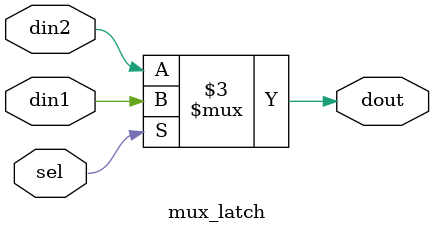
<source format=v>
module mux_latch (
    input din1,
    input din2, 
    input sel, 
    output reg dout
); 

always@(din1, din2) begin
    if(sel) dout = din1; 
    else dout = din2;
end

endmodule



</source>
